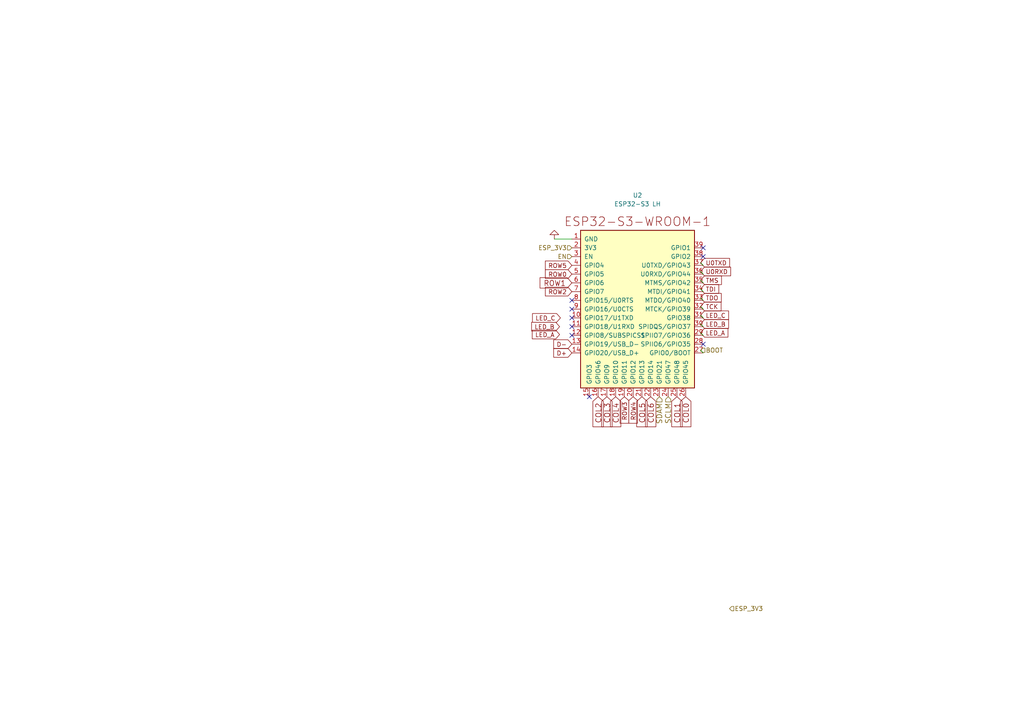
<source format=kicad_sch>
(kicad_sch (version 20211123) (generator eeschema)
  (paper "A4")
  (lib_symbols
    (symbol "Espressif:ESP32-S3-WROOM-1-Clean" (pin_names (offset 1.016))
      (property "Reference" "U" (at -16.51 22.86 0))
      (property "Value" "ESP32-S3-WROOM-1-Clean" (at -11.43 22.86 0))
      (symbol "ESP32-S3-WROOM-1-Clean_0_0"
        (rectangle (start -16.51 17.78) (end 16.51 -27.94) (stroke (width 0.254)) (fill (type background)))
        (text "ESP32-S3-WROOM-1" (at 0 20.32 0) (effects (font (size 2.54 2.54))))
        (pin power_in line (at -19.05 15.24 0) (length 2.54) (name "GND") (number "1"))
        (pin bidirectional line (at -19.05 -7.62 0) (length 2.54) (name "GPIO17/U1TXD") (number "10"))
        (pin bidirectional line (at -19.05 -10.16 0) (length 2.54) (name "GPIO18/U1RXD") (number "11"))
        (pin bidirectional line (at -19.05 -12.7 0) (length 2.54) (name "GPIO8/SUBSPICS1") (number "12"))
        (pin bidirectional line (at -19.05 -15.24 0) (length 2.54) (name "GPIO19/USB_D-") (number "13"))
        (pin bidirectional line (at -19.05 -17.78 0) (length 2.54) (name "GPIO20/USB_D+") (number "14"))
        (pin bidirectional line (at -13.97 -30.48 90) (length 2.54) (name "GPIO3") (number "15"))
        (pin bidirectional line (at -11.43 -30.48 90) (length 2.54) (name "GPIO46") (number "16"))
        (pin bidirectional line (at -8.89 -30.48 90) (length 2.54) (name "GPIO9") (number "17"))
        (pin bidirectional line (at -6.35 -30.48 90) (length 2.54) (name "GPIO10") (number "18"))
        (pin bidirectional line (at -3.81 -30.48 90) (length 2.54) (name "GPIO11") (number "19"))
        (pin power_in line (at -19.05 12.7 0) (length 2.54) (name "3V3") (number "2"))
        (pin bidirectional line (at -1.27 -30.48 90) (length 2.54) (name "GPIO12") (number "20"))
        (pin bidirectional line (at 1.27 -30.48 90) (length 2.54) (name "GPIO13") (number "21"))
        (pin bidirectional line (at 3.81 -30.48 90) (length 2.54) (name "GPIO14") (number "22"))
        (pin bidirectional line (at 6.35 -30.48 90) (length 2.54) (name "GPIO21") (number "23"))
        (pin bidirectional line (at 8.89 -30.48 90) (length 2.54) (name "GPIO47") (number "24"))
        (pin bidirectional line (at 11.43 -30.48 90) (length 2.54) (name "GPIO48") (number "25"))
        (pin bidirectional line (at 13.97 -30.48 90) (length 2.54) (name "GPIO45") (number "26"))
        (pin bidirectional line (at 19.05 -17.78 180) (length 2.54) (name "GPIO0/BOOT") (number "27"))
        (pin bidirectional line (at 19.05 -15.24 180) (length 2.54) (name "SPIIO6/GPIO35") (number "28"))
        (pin bidirectional line (at 19.05 -12.7 180) (length 2.54) (name "SPIIO7/GPIO36") (number "29"))
        (pin input line (at -19.05 10.16 0) (length 2.54) (name "EN") (number "3"))
        (pin bidirectional line (at 19.05 -10.16 180) (length 2.54) (name "SPIDQS/GPIO37") (number "30"))
        (pin bidirectional line (at 19.05 -7.62 180) (length 2.54) (name "GPIO38") (number "31"))
        (pin bidirectional line (at 19.05 -5.08 180) (length 2.54) (name "MTCK/GPIO39") (number "32"))
        (pin bidirectional line (at 19.05 -2.54 180) (length 2.54) (name "MTDO/GPIO40") (number "33"))
        (pin bidirectional line (at 19.05 0 180) (length 2.54) (name "MTDI/GPIO41") (number "34"))
        (pin bidirectional line (at 19.05 2.54 180) (length 2.54) (name "MTMS/GPIO42") (number "35"))
        (pin bidirectional line (at 19.05 5.08 180) (length 2.54) (name "U0RXD/GPIO44") (number "36"))
        (pin bidirectional line (at 19.05 7.62 180) (length 2.54) (name "U0TXD/GPIO43") (number "37"))
        (pin bidirectional line (at 19.05 10.16 180) (length 2.54) (name "GPIO2") (number "38"))
        (pin bidirectional line (at 19.05 12.7 180) (length 2.54) (name "GPIO1") (number "39"))
        (pin bidirectional line (at -19.05 7.62 0) (length 2.54) (name "GPIO4") (number "4"))
        (pin passive line (at 19.05 15.24 180) (length 2.54) hide (name "GND") (number "40"))
        (pin passive line (at 19.05 17.78 180) (length 2.54) hide (name "GND") (number "41"))
        (pin bidirectional line (at -19.05 5.08 0) (length 2.54) (name "GPIO5") (number "5"))
        (pin bidirectional line (at -19.05 2.54 0) (length 2.54) (name "GPIO6") (number "6"))
        (pin bidirectional line (at -19.05 0 0) (length 2.54) (name "GPIO7") (number "7"))
        (pin bidirectional line (at -19.05 -2.54 0) (length 2.54) (name "GPIO15/U0RTS") (number "8"))
        (pin bidirectional line (at -19.05 -5.08 0) (length 2.54) (name "GPIO16/U0CTS") (number "9"))
      )
    )
    (symbol "component:GND" (power) (pin_names (offset 0))
      (symbol "GND_0_1"
        (polyline (pts (xy 0 0) (xy 0 1.27) (xy 0 1.27)))
        (polyline (pts (xy -1.27 0) (xy 0 -1.27) (xy 1.27 0) (xy -1.27 0)))
      )
      (symbol "GND_1_1"
        (pin power_in line (at 0 1.27 270) (length 0) hide (name "GND") (number "1"))
      )
    )
  )
  (no_connect (at 203.962 99.822))
  (no_connect (at 165.862 89.662))
  (no_connect (at 203.962 71.882))
  (no_connect (at 165.862 97.282))
  (no_connect (at 165.862 87.122))
  (no_connect (at 203.962 74.422))
  (no_connect (at 170.942 115.062))
  (no_connect (at 165.862 94.742))
  (no_connect (at 165.862 92.202))
  (wire (pts (xy 203.962 82.042) (xy 203.2 81.28)))
  (wire (pts (xy 203.962 102.362) (xy 203.2 101.6)))
  (wire (pts (xy 160.782 69.342) (xy 165.862 69.342)))
  (wire (pts (xy 203.962 92.202) (xy 203.2 91.44)))
  (wire (pts (xy 203.962 76.962) (xy 203.2 76.2)))
  (wire (pts (xy 203.962 87.122) (xy 203.2 86.36)))
  (wire (pts (xy 203.962 89.662) (xy 203.2 88.9)))
  (wire (pts (xy 203.962 84.582) (xy 203.2 83.82)))
  (wire (pts (xy 203.962 79.502) (xy 203.2 78.74)))
  (wire (pts (xy 203.962 94.742) (xy 203.2 93.98)))
  (wire (pts (xy 203.962 97.282) (xy 203.2 96.52)))
  (global_label "COL5" (shape input) (at 186.182 115.062 270) (effects (font (size 1.524 1.524))) (property "Intersheet References" "${INTERSHEET_REFS}" (effects hide)))
  (global_label "ROW4" (shape input) (at 183.642 115.062 270) (property "Intersheet References" "${INTERSHEET_REFS}" (effects hide)))
  (global_label "U0TXD" (shape input) (at 203.2 76.2 0) (property "Intersheet References" "${INTERSHEET_REFS}" (effects hide)))
  (global_label "COL6" (shape input) (at 188.722 115.062 270) (effects (font (size 1.524 1.524))) (property "Intersheet References" "${INTERSHEET_REFS}" (effects hide)))
  (global_label "D-" (shape input) (at 165.862 99.822 180) (property "Intersheet References" "${INTERSHEET_REFS}" (effects hide)))
  (global_label "U0RXD" (shape input) (at 203.2 78.74 0) (property "Intersheet References" "${INTERSHEET_REFS}" (effects hide)))
  (global_label "COL1" (shape input) (at 196.342 115.062 270) (effects (font (size 1.524 1.524))) (property "Intersheet References" "${INTERSHEET_REFS}" (effects hide)))
  (global_label "LED_C" (shape input) (at 162.56 92.202 180) (property "Intersheet References" "${INTERSHEET_REFS}" (effects hide)))
  (global_label "ROW2" (shape input) (at 165.862 84.582 180) (property "Intersheet References" "${INTERSHEET_REFS}" (effects hide)))
  (global_label "COL4" (shape input) (at 178.562 115.062 270) (effects (font (size 1.524 1.524))) (property "Intersheet References" "${INTERSHEET_REFS}" (effects hide)))
  (global_label "LED_B" (shape input) (at 162.306 94.742 180) (property "Intersheet References" "${INTERSHEET_REFS}" (effects hide)))
  (global_label "COL0" (shape input) (at 198.882 115.062 270) (effects (font (size 1.524 1.524))) (property "Intersheet References" "${INTERSHEET_REFS}" (effects hide)))
  (global_label "COL2" (shape input) (at 173.482 115.062 270) (effects (font (size 1.524 1.524))) (property "Intersheet References" "${INTERSHEET_REFS}" (effects hide)))
  (global_label "TDO" (shape input) (at 203.2 86.36 0) (property "Intersheet References" "${INTERSHEET_REFS}" (effects hide)))
  (global_label "ROW0" (shape input) (at 165.862 79.502 180) (property "Intersheet References" "${INTERSHEET_REFS}" (effects hide)))
  (global_label "TMS" (shape input) (at 203.2 81.28 0) (property "Intersheet References" "${INTERSHEET_REFS}" (effects hide)))
  (global_label "LED_C" (shape input) (at 203.2 91.44 0) (property "Intersheet References" "${INTERSHEET_REFS}" (effects hide)))
  (global_label "TCK" (shape input) (at 203.2 88.9 0) (property "Intersheet References" "${INTERSHEET_REFS}" (effects hide)))
  (global_label "ROW1" (shape input) (at 165.862 82.042 180) (effects (font (size 1.524 1.524))) (property "Intersheet References" "${INTERSHEET_REFS}" (effects hide)))
  (global_label "D+" (shape input) (at 165.862 102.362 180) (property "Intersheet References" "${INTERSHEET_REFS}" (effects hide)))
  (global_label "TDI" (shape input) (at 203.2 83.82 0) (property "Intersheet References" "${INTERSHEET_REFS}" (effects hide)))
  (global_label "COL3" (shape input) (at 176.022 115.062 270) (effects (font (size 1.524 1.524))) (property "Intersheet References" "${INTERSHEET_REFS}" (effects hide)))
  (global_label "ROW3" (shape input) (at 181.102 115.062 270) (property "Intersheet References" "${INTERSHEET_REFS}" (effects hide)))
  (global_label "LED_A" (shape input) (at 162.306 97.028 180) (property "Intersheet References" "${INTERSHEET_REFS}" (effects hide)))
  (global_label "ROW5" (shape input) (at 165.862 76.962 180) (property "Intersheet References" "${INTERSHEET_REFS}" (effects hide)))
  (global_label "LED_A" (shape input) (at 203.2 96.52 0) (property "Intersheet References" "${INTERSHEET_REFS}" (effects hide)))
  (global_label "LED_B" (shape input) (at 203.2 93.98 0) (property "Intersheet References" "${INTERSHEET_REFS}" (effects hide)))
  (hierarchical_label "BOOT" (shape input) (at 203.2 101.6 0))
  (hierarchical_label "EN" (shape input) (at 165.862 74.422 180))
  (hierarchical_label "ESP_3V3" (shape input) (at 211.582 176.53 0))
  (hierarchical_label "SCLM" (shape input) (at 193.802 115.062 270) (effects (font (size 1.524 1.524))))
  (hierarchical_label "ESP_3V3" (shape input) (at 165.862 71.882 180))
  (hierarchical_label "SDAM" (shape input) (at 191.262 115.062 270) (effects (font (size 1.524 1.524))))
  (symbol (lib_id "Espressif:ESP32-S3-WROOM-1-Clean") (at 184.912 84.582 0) (unit 1)
    (property "Reference" "U2" (at 184.912 56.642 0))
    (property "Value" "ESP32-S3 LH" (at 184.912 59.182 0))
    (property "Footprint" "Espressif:ESP32-S3-WROOM-1" (effects hide))
    (property "Datasheet" "https://www.espressif.com/sites/default/files/documentation/esp32-s3-wroom-1_wroom-1u_datasheet_en.pdf" (effects hide))
  )
  (symbol (lib_id "component:GND") (at 160.782 68.072 0) (mirror x) (unit 1)
    (property "Reference" "#PWR031" (effects hide))
    (property "Value" "GND" (effects hide))
  )
)
</source>
